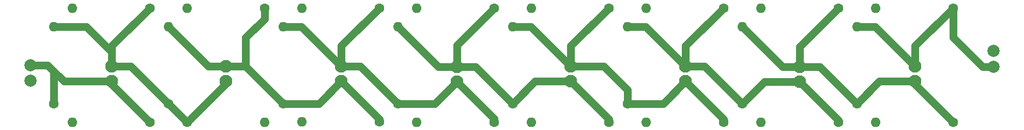
<source format=gbr>
%TF.GenerationSoftware,KiCad,Pcbnew,9.0.0*%
%TF.CreationDate,2025-08-17T09:20:06-07:00*%
%TF.ProjectId,FoxHuntAttenuator,466f7848-756e-4744-9174-74656e756174,rev?*%
%TF.SameCoordinates,Original*%
%TF.FileFunction,Copper,L1,Top*%
%TF.FilePolarity,Positive*%
%FSLAX46Y46*%
G04 Gerber Fmt 4.6, Leading zero omitted, Abs format (unit mm)*
G04 Created by KiCad (PCBNEW 9.0.0) date 2025-08-17 09:20:06*
%MOMM*%
%LPD*%
G01*
G04 APERTURE LIST*
%TA.AperFunction,ComponentPad*%
%ADD10C,1.600000*%
%TD*%
%TA.AperFunction,ComponentPad*%
%ADD11O,1.600000X1.600000*%
%TD*%
%TA.AperFunction,ComponentPad*%
%ADD12C,2.000000*%
%TD*%
%TA.AperFunction,ComponentPad*%
%ADD13C,2.100000*%
%TD*%
%TA.AperFunction,Conductor*%
%ADD14C,1.270000*%
%TD*%
G04 APERTURE END LIST*
D10*
%TO.P,R1,1*%
%TO.N,Net-(J1-In)*%
X104140000Y-129794000D03*
D11*
%TO.P,R1,2*%
%TO.N,GND*%
X91440000Y-129794000D03*
%TD*%
D10*
%TO.P,R23,1*%
%TO.N,Net-(SW7-B)*%
X219964000Y-126746000D03*
D11*
%TO.P,R23,2*%
%TO.N,Net-(J2-In)*%
X219964000Y-114046000D03*
%TD*%
D10*
%TO.P,R19,1*%
%TO.N,Net-(SW6-B)*%
X216916000Y-129794000D03*
D11*
%TO.P,R19,2*%
%TO.N,GND*%
X204216000Y-129794000D03*
%TD*%
D10*
%TO.P,R21,1*%
%TO.N,Net-(SW7-B)*%
X216916000Y-110998000D03*
D11*
%TO.P,R21,2*%
%TO.N,GND*%
X204216000Y-110998000D03*
%TD*%
D10*
%TO.P,R17,1*%
%TO.N,Net-(SW5-B)*%
X182372000Y-126746000D03*
D11*
%TO.P,R17,2*%
%TO.N,Net-(SW6-B)*%
X182372000Y-114046000D03*
%TD*%
D10*
%TO.P,R3,1*%
%TO.N,Net-(SW1-B)*%
X104140000Y-110998000D03*
D11*
%TO.P,R3,2*%
%TO.N,GND*%
X91440000Y-110998000D03*
%TD*%
D12*
%TO.P,J1,1,In*%
%TO.N,Net-(J1-In)*%
X84582000Y-120396000D03*
%TO.P,J1,2,Ext*%
%TO.N,GND*%
X84572000Y-122946000D03*
%TD*%
D10*
%TO.P,R11,1*%
%TO.N,Net-(SW3-B)*%
X144790000Y-126760000D03*
D11*
%TO.P,R11,2*%
%TO.N,Net-(SW4-B)*%
X144790000Y-114060000D03*
%TD*%
D13*
%TO.P,SW4,1,A*%
%TO.N,Net-(SW3-B)*%
X154432000Y-123140000D03*
%TO.P,SW4,2,B*%
%TO.N,Net-(SW4-B)*%
X154432000Y-120650000D03*
%TD*%
D10*
%TO.P,R16,1*%
%TO.N,Net-(SW5-B)*%
X198120000Y-129794000D03*
D11*
%TO.P,R16,2*%
%TO.N,GND*%
X185420000Y-129794000D03*
%TD*%
D13*
%TO.P,SW5,1,A*%
%TO.N,Net-(SW4-B)*%
X173074000Y-123074000D03*
%TO.P,SW5,2,B*%
%TO.N,Net-(SW5-B)*%
X173074000Y-120584000D03*
%TD*%
D10*
%TO.P,R12,1*%
%TO.N,Net-(SW4-B)*%
X160528000Y-110998000D03*
D11*
%TO.P,R12,2*%
%TO.N,GND*%
X147828000Y-110998000D03*
%TD*%
D10*
%TO.P,R20,1*%
%TO.N,Net-(SW6-B)*%
X201168000Y-126746000D03*
D11*
%TO.P,R20,2*%
%TO.N,Net-(SW7-B)*%
X201168000Y-114046000D03*
%TD*%
D10*
%TO.P,R10,1*%
%TO.N,Net-(SW3-B)*%
X160528000Y-129794000D03*
D11*
%TO.P,R10,2*%
%TO.N,GND*%
X147828000Y-129794000D03*
%TD*%
D10*
%TO.P,R14,1*%
%TO.N,Net-(SW4-B)*%
X163576000Y-126746000D03*
D11*
%TO.P,R14,2*%
%TO.N,Net-(SW5-B)*%
X163576000Y-114046000D03*
%TD*%
D13*
%TO.P,SW8,1,A*%
%TO.N,Net-(SW7-B)*%
X229462000Y-123074000D03*
%TO.P,SW8,2,B*%
%TO.N,Net-(J2-In)*%
X229462000Y-120584000D03*
%TD*%
D10*
%TO.P,R8,1*%
%TO.N,Net-(SW2-B)*%
X125984000Y-126746000D03*
D11*
%TO.P,R8,2*%
%TO.N,Net-(SW3-B)*%
X125984000Y-114046000D03*
%TD*%
D10*
%TO.P,R5,1*%
%TO.N,Net-(SW1-B)*%
X107188000Y-126750000D03*
D11*
%TO.P,R5,2*%
%TO.N,Net-(SW2-B)*%
X107188000Y-114050000D03*
%TD*%
D10*
%TO.P,R2,1*%
%TO.N,Net-(J1-In)*%
X88392000Y-126746000D03*
D11*
%TO.P,R2,2*%
%TO.N,Net-(SW1-B)*%
X88392000Y-114046000D03*
%TD*%
D13*
%TO.P,SW7,1,A*%
%TO.N,Net-(SW6-B)*%
X210566000Y-123140000D03*
%TO.P,SW7,2,B*%
%TO.N,Net-(SW7-B)*%
X210566000Y-120650000D03*
%TD*%
%TO.P,SW6,1,A*%
%TO.N,Net-(SW5-B)*%
X191870000Y-123074000D03*
%TO.P,SW6,2,B*%
%TO.N,Net-(SW6-B)*%
X191870000Y-120584000D03*
%TD*%
D12*
%TO.P,J2,1,In*%
%TO.N,Net-(J2-In)*%
X242316000Y-120650000D03*
%TO.P,J2,2,Ext*%
%TO.N,GND*%
X242326000Y-118100000D03*
%TD*%
D13*
%TO.P,SW1,1,A*%
%TO.N,Net-(J1-In)*%
X97890000Y-123074000D03*
%TO.P,SW1,2,B*%
%TO.N,Net-(SW1-B)*%
X97890000Y-120584000D03*
%TD*%
D10*
%TO.P,R6,1*%
%TO.N,Net-(SW2-B)*%
X122936000Y-110998000D03*
D11*
%TO.P,R6,2*%
%TO.N,GND*%
X110236000Y-110998000D03*
%TD*%
D10*
%TO.P,R24,1*%
%TO.N,Net-(J2-In)*%
X235712000Y-110998000D03*
D11*
%TO.P,R24,2*%
%TO.N,GND*%
X223012000Y-110998000D03*
%TD*%
D10*
%TO.P,R7,1*%
%TO.N,Net-(SW2-B)*%
X141730000Y-129790000D03*
D11*
%TO.P,R7,2*%
%TO.N,GND*%
X129030000Y-129790000D03*
%TD*%
D10*
%TO.P,R4,1*%
%TO.N,Net-(SW1-B)*%
X110236000Y-129794000D03*
D11*
%TO.P,R4,2*%
%TO.N,GND*%
X122936000Y-129794000D03*
%TD*%
D10*
%TO.P,R22,1*%
%TO.N,Net-(SW7-B)*%
X235712000Y-129794000D03*
D11*
%TO.P,R22,2*%
%TO.N,GND*%
X223012000Y-129794000D03*
%TD*%
D10*
%TO.P,R13,1*%
%TO.N,Net-(SW4-B)*%
X179324000Y-129794000D03*
D11*
%TO.P,R13,2*%
%TO.N,GND*%
X166624000Y-129794000D03*
%TD*%
D13*
%TO.P,SW2,1,A*%
%TO.N,Net-(SW1-B)*%
X116586000Y-123074000D03*
%TO.P,SW2,2,B*%
%TO.N,Net-(SW2-B)*%
X116586000Y-120584000D03*
%TD*%
%TO.P,SW3,1,A*%
%TO.N,Net-(SW2-B)*%
X135482000Y-123074000D03*
%TO.P,SW3,2,B*%
%TO.N,Net-(SW3-B)*%
X135482000Y-120584000D03*
%TD*%
D10*
%TO.P,R9,1*%
%TO.N,Net-(SW3-B)*%
X141740000Y-111000000D03*
D11*
%TO.P,R9,2*%
%TO.N,GND*%
X129040000Y-111000000D03*
%TD*%
D10*
%TO.P,R18,1*%
%TO.N,Net-(SW6-B)*%
X198120000Y-110998000D03*
D11*
%TO.P,R18,2*%
%TO.N,GND*%
X185420000Y-110998000D03*
%TD*%
D10*
%TO.P,R15,1*%
%TO.N,Net-(SW5-B)*%
X179324000Y-110998000D03*
D11*
%TO.P,R15,2*%
%TO.N,GND*%
X166624000Y-110998000D03*
%TD*%
D14*
%TO.N,Net-(SW5-B)*%
X188198000Y-126746000D02*
X191870000Y-123074000D01*
X173074000Y-120584000D02*
X173074000Y-117248000D01*
X182372000Y-126746000D02*
X182372000Y-124460000D01*
X173074000Y-117248000D02*
X179324000Y-110998000D01*
X178496000Y-120584000D02*
X173074000Y-120584000D01*
X163576000Y-114046000D02*
X166536000Y-114046000D01*
X198120000Y-129794000D02*
X198120000Y-129324000D01*
X182372000Y-124460000D02*
X178496000Y-120584000D01*
X166536000Y-114046000D02*
X173074000Y-120584000D01*
X182372000Y-126746000D02*
X188198000Y-126746000D01*
X198120000Y-129324000D02*
X191870000Y-123074000D01*
%TO.N,Net-(SW6-B)*%
X195006000Y-120584000D02*
X191870000Y-120584000D01*
X191870000Y-120584000D02*
X191870000Y-117248000D01*
X201168000Y-126746000D02*
X195006000Y-120584000D01*
X204774000Y-123140000D02*
X201168000Y-126746000D01*
X216916000Y-129490000D02*
X210566000Y-123140000D01*
X185332000Y-114046000D02*
X191870000Y-120584000D01*
X182372000Y-114046000D02*
X185332000Y-114046000D01*
X216916000Y-129794000D02*
X216916000Y-129490000D01*
X210566000Y-123140000D02*
X204774000Y-123140000D01*
X191870000Y-117248000D02*
X198120000Y-110998000D01*
%TO.N,Net-(J1-In)*%
X97890000Y-123074000D02*
X97890000Y-123544000D01*
X97890000Y-123544000D02*
X104140000Y-129794000D01*
X84582000Y-120396000D02*
X87376000Y-120396000D01*
X90054000Y-123074000D02*
X88392000Y-121412000D01*
X97890000Y-123074000D02*
X90054000Y-123074000D01*
X87376000Y-120396000D02*
X88392000Y-121412000D01*
X88392000Y-121412000D02*
X88392000Y-126746000D01*
%TO.N,Net-(SW1-B)*%
X110232000Y-129794000D02*
X107188000Y-126750000D01*
X97890000Y-118210000D02*
X97890000Y-117248000D01*
X107188000Y-126750000D02*
X101022000Y-120584000D01*
X101022000Y-120584000D02*
X97890000Y-120584000D01*
X116586000Y-123444000D02*
X110236000Y-129794000D01*
X110236000Y-129794000D02*
X110232000Y-129794000D01*
X97890000Y-117248000D02*
X104140000Y-110998000D01*
X116586000Y-123074000D02*
X116586000Y-123444000D01*
X93726000Y-114046000D02*
X97890000Y-118210000D01*
X97890000Y-118210000D02*
X97890000Y-120584000D01*
X88392000Y-114046000D02*
X93726000Y-114046000D01*
%TO.N,Net-(SW2-B)*%
X131810000Y-126746000D02*
X135482000Y-123074000D01*
X119822000Y-120584000D02*
X119822000Y-115890000D01*
X119822000Y-120584000D02*
X125984000Y-126746000D01*
X141730000Y-129322000D02*
X135482000Y-123074000D01*
X125984000Y-126746000D02*
X131810000Y-126746000D01*
X116586000Y-120584000D02*
X119822000Y-120584000D01*
X116586000Y-120584000D02*
X113722000Y-120584000D01*
X122936000Y-112776000D02*
X122936000Y-110998000D01*
X141730000Y-129790000D02*
X141730000Y-129322000D01*
X119822000Y-115890000D02*
X122936000Y-112776000D01*
X113722000Y-120584000D02*
X107188000Y-114050000D01*
%TO.N,Net-(SW3-B)*%
X144790000Y-126760000D02*
X138614000Y-120584000D01*
X160528000Y-129794000D02*
X160528000Y-129236000D01*
X128944000Y-114046000D02*
X135482000Y-120584000D01*
X138614000Y-120584000D02*
X135482000Y-120584000D01*
X135482000Y-117258000D02*
X141740000Y-111000000D01*
X160528000Y-129236000D02*
X154432000Y-123140000D01*
X144790000Y-126760000D02*
X150812000Y-126760000D01*
X150812000Y-126760000D02*
X154432000Y-123140000D01*
X125984000Y-114046000D02*
X128944000Y-114046000D01*
X135482000Y-120584000D02*
X135482000Y-117258000D01*
%TO.N,Net-(SW4-B)*%
X163576000Y-126746000D02*
X157480000Y-120650000D01*
X179324000Y-129794000D02*
X179324000Y-129324000D01*
X173074000Y-123074000D02*
X167248000Y-123074000D01*
X179324000Y-129324000D02*
X173074000Y-123074000D01*
X167248000Y-123074000D02*
X163576000Y-126746000D01*
X151380000Y-120650000D02*
X144790000Y-114060000D01*
X154432000Y-120650000D02*
X151380000Y-120650000D01*
X157480000Y-120650000D02*
X154432000Y-120650000D01*
X154432000Y-120650000D02*
X154432000Y-117094000D01*
X154432000Y-117094000D02*
X160528000Y-110998000D01*
%TO.N,Net-(SW7-B)*%
X219964000Y-126746000D02*
X213868000Y-120650000D01*
X229462000Y-123074000D02*
X223636000Y-123074000D01*
X207772000Y-120650000D02*
X201168000Y-114046000D01*
X229462000Y-123074000D02*
X229462000Y-123544000D01*
X210566000Y-120650000D02*
X210566000Y-117348000D01*
X229462000Y-123544000D02*
X235712000Y-129794000D01*
X210566000Y-117348000D02*
X216916000Y-110998000D01*
X210566000Y-120650000D02*
X207772000Y-120650000D01*
X213868000Y-120650000D02*
X210566000Y-120650000D01*
X223636000Y-123074000D02*
X219964000Y-126746000D01*
%TO.N,Net-(J2-In)*%
X242316000Y-120650000D02*
X240538000Y-120650000D01*
X229462000Y-117248000D02*
X235712000Y-110998000D01*
X240538000Y-120650000D02*
X235712000Y-115824000D01*
X235712000Y-115824000D02*
X235712000Y-110998000D01*
X222924000Y-114046000D02*
X229462000Y-120584000D01*
X219964000Y-114046000D02*
X222924000Y-114046000D01*
X229462000Y-120584000D02*
X229462000Y-117248000D01*
%TD*%
M02*

</source>
